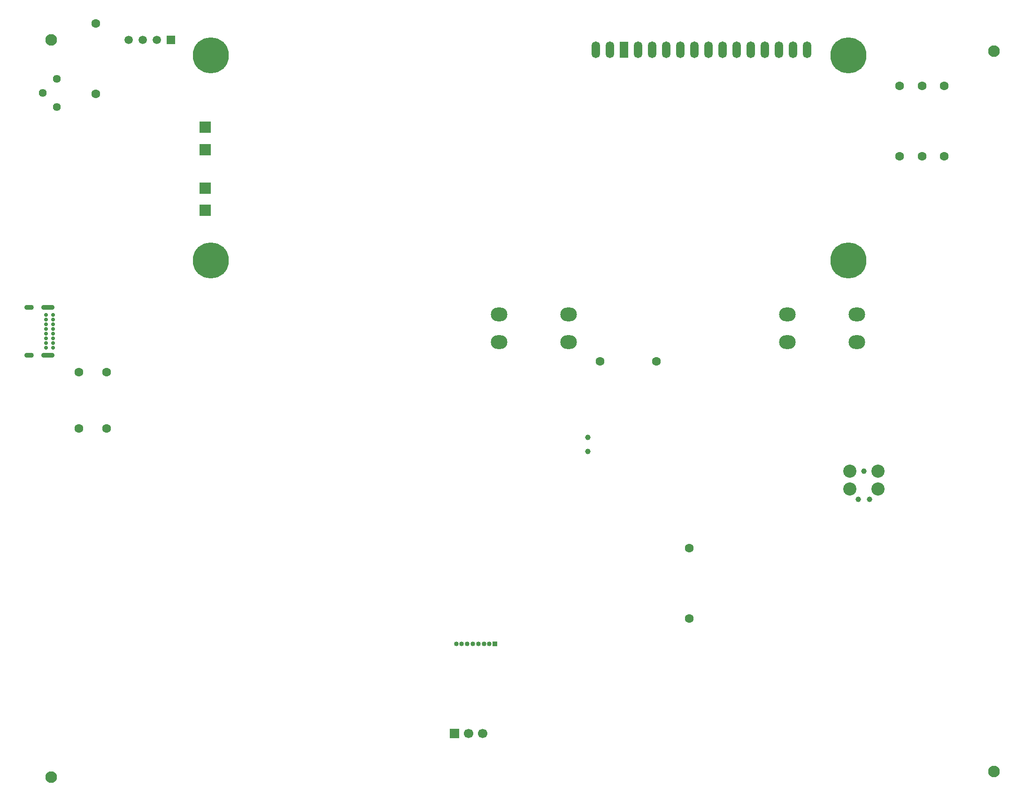
<source format=gbr>
%TF.GenerationSoftware,KiCad,Pcbnew,9.0.4*%
%TF.CreationDate,2025-12-18T16:12:58-05:00*%
%TF.ProjectId,ECET230 Smart Plant Monitor,45434554-3233-4302-9053-6d6172742050,rev?*%
%TF.SameCoordinates,Original*%
%TF.FileFunction,Soldermask,Bot*%
%TF.FilePolarity,Negative*%
%FSLAX46Y46*%
G04 Gerber Fmt 4.6, Leading zero omitted, Abs format (unit mm)*
G04 Created by KiCad (PCBNEW 9.0.4) date 2025-12-18 16:12:58*
%MOMM*%
%LPD*%
G01*
G04 APERTURE LIST*
%ADD10R,1.700000X1.700000*%
%ADD11C,1.700000*%
%ADD12R,1.500000X1.500000*%
%ADD13C,1.500000*%
%ADD14C,2.100000*%
%ADD15C,1.600000*%
%ADD16C,0.700000*%
%ADD17O,2.400000X0.900000*%
%ADD18O,1.700000X0.900000*%
%ADD19C,6.500000*%
%ADD20R,1.500000X3.000000*%
%ADD21O,1.500000X3.000000*%
%ADD22R,2.000000X2.000000*%
%ADD23C,1.000000*%
%ADD24O,3.000000X2.500000*%
%ADD25C,2.374900*%
%ADD26C,0.990600*%
%ADD27R,0.850000X0.850000*%
%ADD28C,0.850000*%
%ADD29C,1.440000*%
G04 APERTURE END LIST*
D10*
%TO.C,J4*%
X141725000Y-148100000D03*
D11*
X144265000Y-148100000D03*
X146805000Y-148100000D03*
%TD*%
D12*
%TO.C,U1*%
X90540000Y-23000000D03*
D13*
X88000000Y-23000000D03*
X85460000Y-23000000D03*
X82920000Y-23000000D03*
%TD*%
D14*
%TO.C,H4*%
X239000000Y-155000000D03*
%TD*%
%TO.C,H1*%
X69000000Y-23000000D03*
%TD*%
D15*
%TO.C,R3*%
X230000000Y-31300000D03*
X230000000Y-44000000D03*
%TD*%
D16*
%TO.C,J5*%
X69350000Y-72600000D03*
X69350000Y-73450000D03*
X69350000Y-74300000D03*
X69350000Y-75150000D03*
X69350000Y-76000000D03*
X69350000Y-76850000D03*
X69350000Y-77700000D03*
X69350000Y-78550000D03*
X68000000Y-78550000D03*
X68000000Y-77700000D03*
X68000000Y-76850000D03*
X68000000Y-76000000D03*
X68000000Y-75150000D03*
X68000000Y-74300000D03*
X68000000Y-73450000D03*
X68000000Y-72600000D03*
D17*
X68370000Y-71250000D03*
D18*
X64990000Y-71250000D03*
D17*
X68370000Y-79900000D03*
D18*
X64990000Y-79900000D03*
%TD*%
D14*
%TO.C,H3*%
X69000000Y-156000000D03*
%TD*%
D19*
%TO.C,U2*%
X97730000Y-25770000D03*
X97730000Y-62770000D03*
X212730000Y-25770000D03*
X212730000Y-62770000D03*
D20*
X172230000Y-24770000D03*
D21*
X174770000Y-24770000D03*
X177310000Y-24770000D03*
X179850000Y-24770000D03*
X182390000Y-24770000D03*
X184930000Y-24770000D03*
X187470000Y-24770000D03*
X190010000Y-24770000D03*
X192550000Y-24770000D03*
X195090000Y-24770000D03*
X197630000Y-24770000D03*
X200170000Y-24770000D03*
X202710000Y-24770000D03*
X205250000Y-24770000D03*
X169690000Y-24770000D03*
X167150000Y-24770000D03*
D22*
X96730000Y-38770000D03*
X96730000Y-49770000D03*
X96730000Y-42770000D03*
X96730000Y-53770000D03*
%TD*%
D15*
%TO.C,R8*%
X79000000Y-82920000D03*
X79000000Y-93080000D03*
%TD*%
D23*
%TO.C,Y2*%
X165755000Y-94730000D03*
X165755000Y-97270000D03*
%TD*%
D24*
%TO.C,SW2*%
X201750000Y-72500000D03*
X214250000Y-72500000D03*
X201750000Y-77500000D03*
X214250000Y-77500000D03*
%TD*%
D15*
%TO.C,R7*%
X74000000Y-82920000D03*
X74000000Y-93080000D03*
%TD*%
D24*
%TO.C,SW3*%
X149750000Y-72500000D03*
X162250000Y-72500000D03*
X149750000Y-77500000D03*
X162250000Y-77500000D03*
%TD*%
D15*
%TO.C,R2*%
X184000000Y-114650000D03*
X184000000Y-127350000D03*
%TD*%
D25*
%TO.C,J2*%
X218080000Y-100825000D03*
D26*
X215540000Y-100825000D03*
D25*
X213000000Y-100825000D03*
X218080000Y-104000000D03*
X213000000Y-104000000D03*
D26*
X216556000Y-105905000D03*
X214524000Y-105905000D03*
%TD*%
D27*
%TO.C,J1*%
X149000000Y-132000000D03*
D28*
X148000000Y-132000000D03*
X147000000Y-132000000D03*
X146000000Y-132000000D03*
X145000000Y-132000000D03*
X144000000Y-132000000D03*
X143000000Y-132000000D03*
X142000000Y-132000000D03*
%TD*%
D15*
%TO.C,R6*%
X178080000Y-81000000D03*
X167920000Y-81000000D03*
%TD*%
%TO.C,R5*%
X222000000Y-31300000D03*
X222000000Y-44000000D03*
%TD*%
D14*
%TO.C,H2*%
X239000000Y-25000000D03*
%TD*%
D29*
%TO.C,RV1*%
X70000000Y-30000000D03*
X67460000Y-32540000D03*
X70000000Y-35080000D03*
%TD*%
D15*
%TO.C,R4*%
X226000000Y-31300000D03*
X226000000Y-44000000D03*
%TD*%
%TO.C,R1*%
X77000000Y-32700000D03*
X77000000Y-20000000D03*
%TD*%
M02*

</source>
